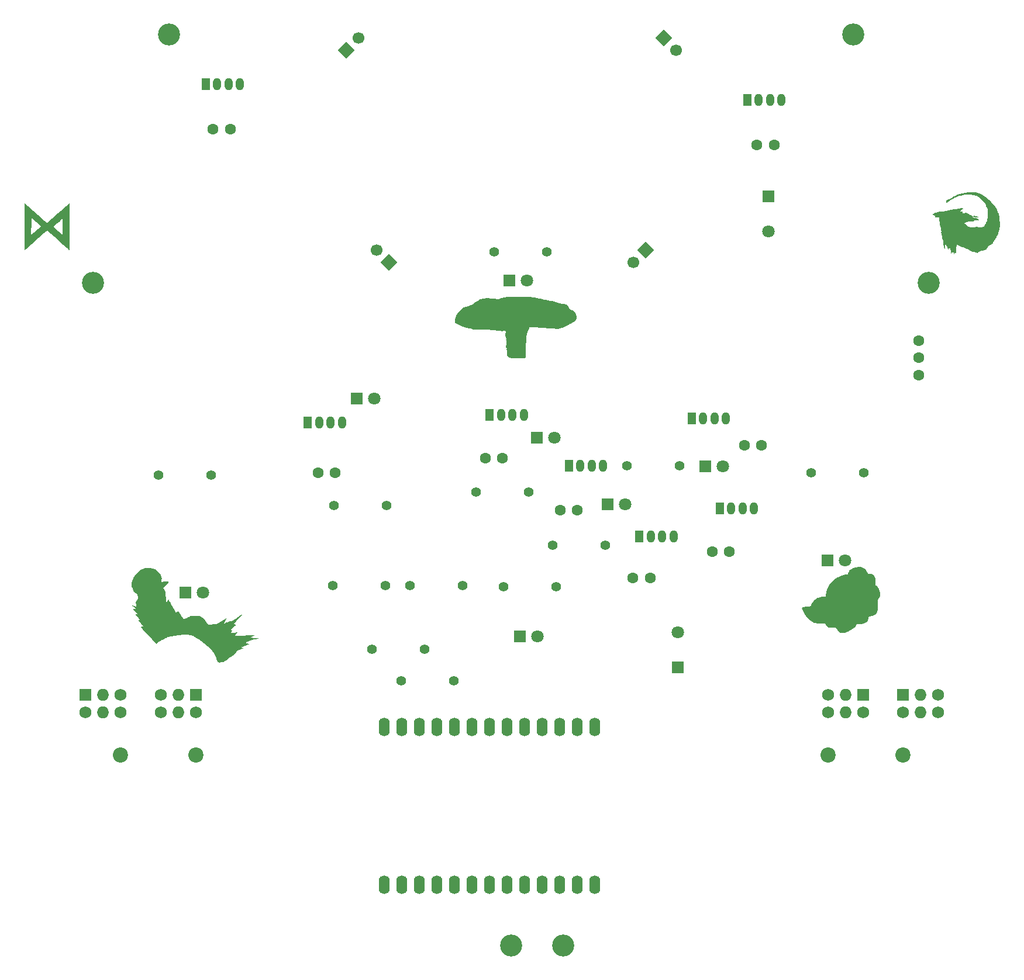
<source format=gbs>
G04 #@! TF.GenerationSoftware,KiCad,Pcbnew,7.0.10*
G04 #@! TF.CreationDate,2024-06-20T08:21:38-05:00*
G04 #@! TF.ProjectId,g0dzilla_vs_middle,6730647a-696c-46c6-915f-76735f6d6964,1*
G04 #@! TF.SameCoordinates,Original*
G04 #@! TF.FileFunction,Soldermask,Bot*
G04 #@! TF.FilePolarity,Negative*
%FSLAX46Y46*%
G04 Gerber Fmt 4.6, Leading zero omitted, Abs format (unit mm)*
G04 Created by KiCad (PCBNEW 7.0.10) date 2024-06-20 08:21:38*
%MOMM*%
%LPD*%
G01*
G04 APERTURE LIST*
G04 Aperture macros list*
%AMHorizOval*
0 Thick line with rounded ends*
0 $1 width*
0 $2 $3 position (X,Y) of the first rounded end (center of the circle)*
0 $4 $5 position (X,Y) of the second rounded end (center of the circle)*
0 Add line between two ends*
20,1,$1,$2,$3,$4,$5,0*
0 Add two circle primitives to create the rounded ends*
1,1,$1,$2,$3*
1,1,$1,$4,$5*%
%AMRotRect*
0 Rectangle, with rotation*
0 The origin of the aperture is its center*
0 $1 length*
0 $2 width*
0 $3 Rotation angle, in degrees counterclockwise*
0 Add horizontal line*
21,1,$1,$2,0,0,$3*%
G04 Aperture macros list end*
%ADD10C,1.400000*%
%ADD11RotRect,1.700000X1.700000X315.000000*%
%ADD12HorizOval,1.700000X0.000000X0.000000X0.000000X0.000000X0*%
%ADD13C,3.200000*%
%ADD14C,2.200000*%
%ADD15R,1.800000X1.800000*%
%ADD16C,1.800000*%
%ADD17C,1.600000*%
%ADD18RotRect,1.700000X1.700000X225.000000*%
%ADD19HorizOval,1.700000X0.000000X0.000000X0.000000X0.000000X0*%
%ADD20R,1.150000X1.800000*%
%ADD21O,1.150000X1.800000*%
%ADD22RotRect,1.700000X1.700000X135.000000*%
%ADD23HorizOval,1.700000X0.000000X0.000000X0.000000X0.000000X0*%
%ADD24RotRect,1.700000X1.700000X45.000000*%
%ADD25HorizOval,1.700000X0.000000X0.000000X0.000000X0.000000X0*%
%ADD26R,1.727200X1.727200*%
%ADD27C,1.727200*%
%ADD28O,1.727200X1.727200*%
%ADD29O,1.600000X2.700000*%
G04 APERTURE END LIST*
G36*
X48592367Y-83482315D02*
G01*
X48596820Y-83605854D01*
X48600707Y-83798658D01*
X48604037Y-84052918D01*
X48606819Y-84360820D01*
X48609061Y-84714554D01*
X48610772Y-85106309D01*
X48611960Y-85528271D01*
X48612635Y-85972631D01*
X48612806Y-86431576D01*
X48612480Y-86897295D01*
X48611667Y-87361977D01*
X48610375Y-87817809D01*
X48608613Y-88256981D01*
X48606391Y-88671680D01*
X48603715Y-89054096D01*
X48600596Y-89396416D01*
X48597043Y-89690830D01*
X48593062Y-89929525D01*
X48588665Y-90104690D01*
X48583858Y-90208514D01*
X48579742Y-90234958D01*
X48538434Y-90207796D01*
X48445115Y-90132582D01*
X48310924Y-90018723D01*
X48146998Y-89875628D01*
X48011159Y-89754706D01*
X47670005Y-89448973D01*
X47330317Y-89145277D01*
X46998147Y-88848977D01*
X46679547Y-88565429D01*
X46380571Y-88299989D01*
X46107270Y-88058014D01*
X45865698Y-87844861D01*
X45661907Y-87665887D01*
X45501949Y-87526447D01*
X45391878Y-87431900D01*
X45337744Y-87387600D01*
X45333578Y-87384974D01*
X45293580Y-87409449D01*
X45197085Y-87485786D01*
X45050653Y-87608287D01*
X44860844Y-87771253D01*
X44634216Y-87968985D01*
X44377330Y-88195785D01*
X44096746Y-88445952D01*
X43799022Y-88713790D01*
X43679451Y-88822014D01*
X43493108Y-88990032D01*
X43286640Y-89174626D01*
X43069769Y-89367269D01*
X42852216Y-89559440D01*
X42643702Y-89742612D01*
X42453949Y-89908261D01*
X42292679Y-90047864D01*
X42169611Y-90152895D01*
X42094468Y-90214830D01*
X42076226Y-90227844D01*
X42070228Y-90188479D01*
X42064565Y-90069596D01*
X42059302Y-89877053D01*
X42054503Y-89616707D01*
X42050231Y-89294419D01*
X42046550Y-88916047D01*
X42043525Y-88487449D01*
X42041476Y-88067207D01*
X43020841Y-88067207D01*
X43454284Y-87667637D01*
X43643645Y-87492458D01*
X43839156Y-87310548D01*
X44017822Y-87143359D01*
X44156650Y-87012344D01*
X44157083Y-87011933D01*
X44342190Y-86835911D01*
X46225739Y-86835911D01*
X46469592Y-87054671D01*
X46601025Y-87172993D01*
X46772169Y-87327648D01*
X46959622Y-87497466D01*
X47118992Y-87642183D01*
X47273808Y-87780961D01*
X47406553Y-87896217D01*
X47504297Y-87976993D01*
X47554113Y-88012332D01*
X47556555Y-88013031D01*
X47564907Y-87972720D01*
X47572447Y-87857893D01*
X47578878Y-87679412D01*
X47583905Y-87448138D01*
X47587231Y-87174932D01*
X47588560Y-86870656D01*
X47588572Y-86838756D01*
X47588353Y-86491898D01*
X47587284Y-86221520D01*
X47584743Y-86018725D01*
X47580109Y-85874615D01*
X47572762Y-85780293D01*
X47562080Y-85726861D01*
X47547443Y-85705421D01*
X47528230Y-85707076D01*
X47510378Y-85718168D01*
X47454413Y-85763298D01*
X47346145Y-85855006D01*
X47197201Y-85983280D01*
X47019209Y-86138108D01*
X46828961Y-86304930D01*
X46225739Y-86835911D01*
X44342190Y-86835911D01*
X44426437Y-86755799D01*
X43755656Y-86153404D01*
X43084874Y-85551009D01*
X43058507Y-86196093D01*
X43047860Y-86493810D01*
X43038287Y-86829380D01*
X43030828Y-87161951D01*
X43026523Y-87450670D01*
X43026491Y-87454192D01*
X43020841Y-88067207D01*
X42041476Y-88067207D01*
X42041219Y-88014484D01*
X42039696Y-87503011D01*
X42039021Y-86958889D01*
X42038992Y-86818163D01*
X42039063Y-86197173D01*
X42039356Y-85656181D01*
X42039990Y-85189806D01*
X42041084Y-84792667D01*
X42042759Y-84459384D01*
X42045133Y-84184577D01*
X42048325Y-83962863D01*
X42052456Y-83788864D01*
X42057644Y-83657198D01*
X42064009Y-83562486D01*
X42071671Y-83499345D01*
X42080748Y-83462396D01*
X42091361Y-83446258D01*
X42103628Y-83445551D01*
X42113698Y-83451688D01*
X42173981Y-83501950D01*
X42282126Y-83595740D01*
X42422563Y-83719439D01*
X42572605Y-83853058D01*
X42745653Y-84007539D01*
X42917055Y-84159814D01*
X43064773Y-84290342D01*
X43151666Y-84366480D01*
X43233167Y-84438074D01*
X43368415Y-84557704D01*
X43547472Y-84716544D01*
X43760398Y-84905766D01*
X43997253Y-85116542D01*
X44248100Y-85340045D01*
X44315809Y-85400421D01*
X44558663Y-85615994D01*
X44781591Y-85811937D01*
X44976518Y-85981304D01*
X45135367Y-86117152D01*
X45250065Y-86212536D01*
X45312536Y-86260513D01*
X45321037Y-86264874D01*
X45359022Y-86237297D01*
X45454435Y-86158154D01*
X45601099Y-86032830D01*
X45792832Y-85866709D01*
X46023455Y-85665177D01*
X46286789Y-85433616D01*
X46576653Y-85177413D01*
X46886868Y-84901950D01*
X46959275Y-84837479D01*
X47272650Y-84559249D01*
X47566764Y-84299935D01*
X47835497Y-84064803D01*
X48072733Y-83859121D01*
X48272354Y-83688154D01*
X48428242Y-83557171D01*
X48534278Y-83471437D01*
X48584346Y-83436221D01*
X48587339Y-83435855D01*
X48592367Y-83482315D01*
G37*
G36*
X162972369Y-136139887D02*
G01*
X163117143Y-136161625D01*
X163118860Y-136161919D01*
X163443973Y-136250762D01*
X163710093Y-136394070D01*
X163912444Y-136588620D01*
X164021829Y-136771389D01*
X164079010Y-136905966D01*
X164118136Y-137012097D01*
X164129748Y-137059540D01*
X164169562Y-137089591D01*
X164278801Y-137105739D01*
X164345952Y-137107563D01*
X164631034Y-137144143D01*
X164872670Y-137252389D01*
X165066505Y-137430064D01*
X165120782Y-137505947D01*
X165188244Y-137616830D01*
X165229713Y-137710366D01*
X165251470Y-137813598D01*
X165259797Y-137953567D01*
X165261009Y-138109649D01*
X165257317Y-138299487D01*
X165247478Y-138471309D01*
X165233345Y-138596556D01*
X165227595Y-138624617D01*
X165212844Y-138713520D01*
X165242108Y-138763492D01*
X165334065Y-138804851D01*
X165339936Y-138806981D01*
X165494177Y-138906816D01*
X165629529Y-139088294D01*
X165746406Y-139352096D01*
X165822015Y-139603719D01*
X165889047Y-139908246D01*
X165914085Y-140155168D01*
X165894514Y-140362633D01*
X165827716Y-140548793D01*
X165711074Y-140731798D01*
X165648033Y-140810374D01*
X165601177Y-140868857D01*
X165571886Y-140923009D01*
X165558138Y-140991656D01*
X165557908Y-141093625D01*
X165569174Y-141247745D01*
X165583841Y-141407704D01*
X165604930Y-141761822D01*
X165601692Y-142092389D01*
X165575487Y-142384706D01*
X165527675Y-142624074D01*
X165459616Y-142795796D01*
X165454616Y-142804117D01*
X165350599Y-142927122D01*
X165218524Y-143029444D01*
X165196417Y-143041630D01*
X165030350Y-143119165D01*
X164842184Y-143195992D01*
X164655258Y-143263785D01*
X164492914Y-143314219D01*
X164378490Y-143338968D01*
X164359456Y-143340169D01*
X164297986Y-143348315D01*
X164267993Y-143387536D01*
X164258414Y-143480007D01*
X164257815Y-143543887D01*
X164244025Y-143697969D01*
X164190720Y-143820668D01*
X164126474Y-143906947D01*
X163875705Y-144148445D01*
X163579316Y-144318980D01*
X163235671Y-144419256D01*
X162866208Y-144450084D01*
X162514347Y-144450084D01*
X162484883Y-144584235D01*
X162402151Y-144767781D01*
X162235223Y-144947458D01*
X161983706Y-145123606D01*
X161688236Y-145277762D01*
X161505823Y-145363243D01*
X161348107Y-145438503D01*
X161233638Y-145494604D01*
X161184202Y-145520551D01*
X161017092Y-145611835D01*
X160871161Y-145664395D01*
X160700967Y-145692905D01*
X160629244Y-145699749D01*
X160410079Y-145704961D01*
X160231558Y-145675019D01*
X160160838Y-145651558D01*
X160058625Y-145604776D01*
X159972664Y-145540018D01*
X159884770Y-145439385D01*
X159776756Y-145284978D01*
X159755292Y-145252410D01*
X159638795Y-145087947D01*
X159535887Y-144967534D01*
X159458871Y-144905215D01*
X159447338Y-144900875D01*
X159352592Y-144895723D01*
X159214458Y-144909382D01*
X159131743Y-144924378D01*
X158825873Y-144959139D01*
X158563959Y-144921490D01*
X158342750Y-144810160D01*
X158158997Y-144623882D01*
X158088644Y-144516945D01*
X157979418Y-144330565D01*
X157265928Y-144315395D01*
X157002190Y-144309257D01*
X156806681Y-144302020D01*
X156662263Y-144291088D01*
X156551799Y-144273866D01*
X156458154Y-144247760D01*
X156364189Y-144210172D01*
X156263450Y-144163561D01*
X155844151Y-143921593D01*
X155487693Y-143622303D01*
X155195047Y-143266624D01*
X155020386Y-142968157D01*
X154935297Y-142809683D01*
X154828341Y-142625960D01*
X154743746Y-142489865D01*
X154635927Y-142291977D01*
X154598468Y-142139100D01*
X154631112Y-142028264D01*
X154698487Y-141972500D01*
X154769409Y-141953250D01*
X154906337Y-141931009D01*
X155090089Y-141908430D01*
X155301480Y-141888163D01*
X155319080Y-141886716D01*
X155559659Y-141866326D01*
X155727885Y-141848862D01*
X155836588Y-141831417D01*
X155898594Y-141811087D01*
X155926730Y-141784966D01*
X155933824Y-141750150D01*
X155933863Y-141747481D01*
X155960610Y-141639578D01*
X156031701Y-141487404D01*
X156135359Y-141311028D01*
X156259804Y-141130519D01*
X156391131Y-140968332D01*
X156520719Y-140828360D01*
X156625878Y-140735711D01*
X156735695Y-140671185D01*
X156879255Y-140615580D01*
X156970526Y-140585837D01*
X157187013Y-140528924D01*
X157435272Y-140481091D01*
X157661704Y-140452657D01*
X157662533Y-140452593D01*
X158021829Y-140424976D01*
X158046921Y-140228370D01*
X158151735Y-139734640D01*
X158335739Y-139250542D01*
X158592757Y-138787048D01*
X158916610Y-138355132D01*
X159301121Y-137965767D01*
X159339493Y-137932324D01*
X159527485Y-137796245D01*
X159770053Y-137658165D01*
X160046206Y-137526597D01*
X160334952Y-137410054D01*
X160615303Y-137317050D01*
X160866266Y-137256096D01*
X161057325Y-137235631D01*
X161255944Y-137235631D01*
X161312504Y-136999862D01*
X161350188Y-136870250D01*
X161402000Y-136768477D01*
X161485578Y-136668698D01*
X161618560Y-136545066D01*
X161629331Y-136535591D01*
X161748458Y-136433921D01*
X161846552Y-136363227D01*
X161947164Y-136312846D01*
X162073842Y-136272120D01*
X162250135Y-136230386D01*
X162352055Y-136208409D01*
X162565851Y-136164773D01*
X162722991Y-136139869D01*
X162849741Y-136132105D01*
X162972369Y-136139887D01*
G37*
G36*
X113799328Y-96973298D02*
G01*
X114231030Y-96977881D01*
X114593455Y-96984594D01*
X114902705Y-96995180D01*
X115174882Y-97011385D01*
X115426085Y-97034951D01*
X115672417Y-97067624D01*
X115929978Y-97111147D01*
X116214870Y-97167264D01*
X116543193Y-97237719D01*
X116830252Y-97301610D01*
X117051602Y-97349205D01*
X117322716Y-97404409D01*
X117609215Y-97460368D01*
X117876135Y-97510123D01*
X118156619Y-97564826D01*
X118468109Y-97632063D01*
X118771056Y-97702971D01*
X119007395Y-97763605D01*
X119274776Y-97834606D01*
X119575372Y-97911401D01*
X119866787Y-97983291D01*
X120047271Y-98026043D01*
X120553533Y-98142954D01*
X120794330Y-98473904D01*
X120924124Y-98644113D01*
X121036336Y-98765248D01*
X121157691Y-98861213D01*
X121314916Y-98955916D01*
X121362010Y-98981683D01*
X121626343Y-99152783D01*
X121813218Y-99342528D01*
X121930174Y-99561493D01*
X121984747Y-99820253D01*
X121987796Y-99859587D01*
X121991792Y-100022064D01*
X121972720Y-100140421D01*
X121921798Y-100254712D01*
X121888742Y-100311230D01*
X121837746Y-100385541D01*
X121773140Y-100455891D01*
X121683197Y-100530958D01*
X121556189Y-100619420D01*
X121380390Y-100729955D01*
X121144072Y-100871241D01*
X121084908Y-100906071D01*
X120823439Y-101057755D01*
X120613849Y-101173199D01*
X120435767Y-101261653D01*
X120268820Y-101332367D01*
X120092638Y-101394590D01*
X119886849Y-101457572D01*
X119840818Y-101470937D01*
X119284874Y-101631412D01*
X118431093Y-101588068D01*
X117927599Y-101560323D01*
X117358218Y-101525071D01*
X116741985Y-101483589D01*
X116097937Y-101437153D01*
X115517563Y-101392755D01*
X115335519Y-101381650D01*
X115225107Y-101383896D01*
X115173489Y-101400439D01*
X115165378Y-101418714D01*
X115144409Y-101480206D01*
X115089417Y-101589996D01*
X115012277Y-101724393D01*
X115011747Y-101725266D01*
X114855888Y-102053176D01*
X114767373Y-102417526D01*
X114742832Y-102791497D01*
X114737403Y-102966102D01*
X114721823Y-103192524D01*
X114698669Y-103438155D01*
X114677543Y-103617984D01*
X114649708Y-103893850D01*
X114628520Y-104231190D01*
X114615151Y-104606275D01*
X114610762Y-104969824D01*
X114610420Y-105809396D01*
X114394874Y-105855623D01*
X114270750Y-105871721D01*
X114080333Y-105883677D01*
X113842611Y-105891443D01*
X113576570Y-105894971D01*
X113301199Y-105894214D01*
X113035483Y-105889125D01*
X112798411Y-105879656D01*
X112608970Y-105865759D01*
X112560290Y-105860212D01*
X112362658Y-105824692D01*
X112220340Y-105769070D01*
X112103444Y-105678653D01*
X112032336Y-105600713D01*
X111975333Y-105523826D01*
X111941840Y-105444285D01*
X111925790Y-105336410D01*
X111921114Y-105174521D01*
X111921009Y-105129591D01*
X111915076Y-104958461D01*
X111899378Y-104813605D01*
X111877063Y-104721996D01*
X111872348Y-104712856D01*
X111847156Y-104611900D01*
X111867790Y-104556130D01*
X111885810Y-104479577D01*
X111845735Y-104389283D01*
X111823949Y-104358372D01*
X111769192Y-104269192D01*
X111759076Y-104186424D01*
X111785818Y-104073162D01*
X111816145Y-103921956D01*
X111831779Y-103738922D01*
X111832563Y-103553218D01*
X111818343Y-103393999D01*
X111789979Y-103292280D01*
X111767195Y-103199880D01*
X111792661Y-103148742D01*
X111817351Y-103081187D01*
X111786464Y-102983609D01*
X111779717Y-102970042D01*
X111727162Y-102820692D01*
X111693339Y-102634697D01*
X111681749Y-102446841D01*
X111695896Y-102291909D01*
X111707440Y-102252256D01*
X111728492Y-102134769D01*
X111712664Y-102021778D01*
X111668787Y-101937661D01*
X111605691Y-101906793D01*
X111584067Y-101911666D01*
X111424790Y-101948483D01*
X111203758Y-101963339D01*
X110941646Y-101956531D01*
X110659126Y-101928354D01*
X110457488Y-101895539D01*
X110242906Y-101861752D01*
X109971074Y-101830090D01*
X109657394Y-101801325D01*
X109317272Y-101776229D01*
X108966108Y-101755573D01*
X108619307Y-101740129D01*
X108292272Y-101730669D01*
X108000407Y-101727964D01*
X107759113Y-101732786D01*
X107583795Y-101745907D01*
X107554772Y-101750122D01*
X107418876Y-101769745D01*
X107307234Y-101774689D01*
X107193483Y-101762019D01*
X107051259Y-101728798D01*
X106854310Y-101672123D01*
X106626839Y-101611026D01*
X106381275Y-101555560D01*
X106159242Y-101514820D01*
X106089932Y-101505119D01*
X105795651Y-101447044D01*
X105486415Y-101340484D01*
X105148503Y-101179825D01*
X104791000Y-100973561D01*
X104641937Y-100885391D01*
X104516631Y-100818093D01*
X104435343Y-100782295D01*
X104420367Y-100779160D01*
X104387151Y-100740334D01*
X104369204Y-100636530D01*
X104366468Y-100486764D01*
X104378886Y-100310049D01*
X104406400Y-100125400D01*
X104422580Y-100049476D01*
X104527729Y-99754080D01*
X104702962Y-99444262D01*
X104938053Y-99134575D01*
X105222774Y-98839571D01*
X105353915Y-98724203D01*
X105466954Y-98638578D01*
X105586994Y-98571198D01*
X105737263Y-98511731D01*
X105940991Y-98449847D01*
X106018502Y-98428591D01*
X106468164Y-98276663D01*
X106929932Y-98064885D01*
X107374505Y-97808070D01*
X107700349Y-97578396D01*
X108032895Y-97320627D01*
X108513471Y-97250561D01*
X108683836Y-97226941D01*
X108829648Y-97211106D01*
X108968739Y-97203112D01*
X109118942Y-97203013D01*
X109298090Y-97210864D01*
X109524016Y-97226720D01*
X109814553Y-97250637D01*
X109862372Y-97254714D01*
X110730697Y-97328933D01*
X111059046Y-97201911D01*
X111233931Y-97141070D01*
X111421280Y-97090896D01*
X111630305Y-97050621D01*
X111870219Y-97019476D01*
X112150235Y-96996692D01*
X112479564Y-96981502D01*
X112867420Y-96973137D01*
X113323014Y-96970827D01*
X113799328Y-96973298D01*
G37*
G36*
X60338374Y-136291025D02*
G01*
X60642344Y-136383896D01*
X60720458Y-136412709D01*
X60928254Y-136495538D01*
X61083948Y-136571964D01*
X61217151Y-136660338D01*
X61357472Y-136779012D01*
X61448616Y-136864045D01*
X61600422Y-137013692D01*
X61703201Y-137133005D01*
X61773782Y-137245987D01*
X61828994Y-137376639D01*
X61849325Y-137435552D01*
X61902445Y-137619870D01*
X61923436Y-137778643D01*
X61917626Y-137960299D01*
X61912824Y-138012800D01*
X61883445Y-138310952D01*
X62003823Y-138287793D01*
X62104160Y-138273290D01*
X62258894Y-138256203D01*
X62437252Y-138239879D01*
X62465715Y-138237578D01*
X62637519Y-138225694D01*
X62747125Y-138226117D01*
X62817315Y-138242929D01*
X62870871Y-138280211D01*
X62906850Y-138316605D01*
X63006473Y-138422689D01*
X62578662Y-138778992D01*
X62150851Y-139135295D01*
X62312204Y-139435552D01*
X62380339Y-139566610D01*
X62427355Y-139675524D01*
X62458523Y-139785038D01*
X62479114Y-139917898D01*
X62494402Y-140096847D01*
X62505142Y-140267989D01*
X62520243Y-140504963D01*
X62537075Y-140741226D01*
X62553437Y-140947220D01*
X62565455Y-141077647D01*
X62594183Y-141355126D01*
X62742695Y-141109664D01*
X62820968Y-140985925D01*
X62883261Y-140897723D01*
X62916020Y-140864202D01*
X62942396Y-140900095D01*
X63003490Y-141001025D01*
X63093517Y-141156871D01*
X63206690Y-141357511D01*
X63337226Y-141592823D01*
X63446703Y-141792690D01*
X63586269Y-142048633D01*
X63711965Y-142278724D01*
X63818148Y-142472663D01*
X63899172Y-142620151D01*
X63949392Y-142710890D01*
X63963524Y-142735613D01*
X64002964Y-142724214D01*
X64092339Y-142679402D01*
X64165896Y-142637868D01*
X64357319Y-142525687D01*
X64655349Y-143028978D01*
X64771570Y-143220574D01*
X64879648Y-143390307D01*
X64968882Y-143521940D01*
X65028569Y-143599237D01*
X65036443Y-143607132D01*
X65088759Y-143647595D01*
X65142655Y-143659687D01*
X65224827Y-143642838D01*
X65350762Y-143600438D01*
X65517652Y-143533129D01*
X65708428Y-143444007D01*
X65838152Y-143376164D01*
X66094286Y-143233446D01*
X66781800Y-143234353D01*
X67039636Y-143235235D01*
X67227518Y-143238438D01*
X67360870Y-143245977D01*
X67455117Y-143259868D01*
X67525682Y-143282126D01*
X67587989Y-143314768D01*
X67636770Y-143346078D01*
X67827447Y-143493369D01*
X68039023Y-143691156D01*
X68249146Y-143916324D01*
X68435462Y-144145758D01*
X68506219Y-144245180D01*
X68613214Y-144394886D01*
X68691606Y-144480507D01*
X68753027Y-144513261D01*
X68783698Y-144512824D01*
X68859539Y-144501656D01*
X68999089Y-144484539D01*
X69181098Y-144463981D01*
X69346578Y-144446372D01*
X69824079Y-144396941D01*
X70561294Y-143955568D01*
X70785594Y-143822492D01*
X70983999Y-143707094D01*
X71145317Y-143615690D01*
X71258356Y-143554602D01*
X71311925Y-143530147D01*
X71314566Y-143530253D01*
X71302049Y-143571851D01*
X71255846Y-143672424D01*
X71183553Y-143816213D01*
X71105966Y-143963049D01*
X71022030Y-144126018D01*
X70963366Y-144254580D01*
X70935696Y-144335033D01*
X70942419Y-144354825D01*
X71005624Y-144327534D01*
X71126954Y-144274002D01*
X71286653Y-144202974D01*
X71403316Y-144150830D01*
X71615378Y-144061136D01*
X71768590Y-144009894D01*
X71877955Y-143992714D01*
X71929181Y-143997013D01*
X71980848Y-144000536D01*
X72041706Y-143986760D01*
X72122430Y-143949546D01*
X72233695Y-143882755D01*
X72386175Y-143780247D01*
X72590543Y-143635883D01*
X72724689Y-143539477D01*
X72942102Y-143383239D01*
X73143913Y-143239226D01*
X73316753Y-143116901D01*
X73447251Y-143025725D01*
X73522037Y-142975161D01*
X73522185Y-142975067D01*
X73605109Y-142923523D01*
X73627054Y-142918142D01*
X73598872Y-142958936D01*
X73586219Y-142975134D01*
X73539475Y-143030501D01*
X73445214Y-143138811D01*
X73312841Y-143289376D01*
X73151765Y-143471507D01*
X72971393Y-143674518D01*
X72910550Y-143742800D01*
X72709054Y-143969927D01*
X72559671Y-144141814D01*
X72456783Y-144266116D01*
X72394769Y-144350492D01*
X72368008Y-144402598D01*
X72370881Y-144430091D01*
X72397766Y-144440628D01*
X72398281Y-144440691D01*
X72534023Y-144458064D01*
X72617490Y-144478351D01*
X72646903Y-144512000D01*
X72620478Y-144569457D01*
X72536434Y-144661169D01*
X72392990Y-144797583D01*
X72326891Y-144859250D01*
X71942689Y-145217748D01*
X72047034Y-145299264D01*
X72151379Y-145380780D01*
X72034190Y-145534424D01*
X71917000Y-145688068D01*
X72057912Y-145685030D01*
X72170137Y-145679625D01*
X72333592Y-145668238D01*
X72514539Y-145653242D01*
X72529664Y-145651875D01*
X72685148Y-145639984D01*
X72801395Y-145635406D01*
X72858040Y-145638815D01*
X72860505Y-145640928D01*
X72834515Y-145679978D01*
X72765774Y-145765792D01*
X72668121Y-145881206D01*
X72648504Y-145903842D01*
X72436504Y-146147584D01*
X72701865Y-146131021D01*
X72861031Y-146122123D01*
X73078052Y-146111462D01*
X73338291Y-146099619D01*
X73627106Y-146087174D01*
X73929857Y-146074707D01*
X74231904Y-146062798D01*
X74518607Y-146052028D01*
X74775327Y-146042975D01*
X74987422Y-146036222D01*
X75140253Y-146032346D01*
X75208766Y-146031693D01*
X75400505Y-146033806D01*
X75084187Y-146195749D01*
X74767870Y-146357692D01*
X74908095Y-146385737D01*
X75026201Y-146401222D01*
X75190114Y-146412888D01*
X75331135Y-146417522D01*
X75520924Y-146424499D01*
X75714026Y-146438577D01*
X75827395Y-146451303D01*
X75901316Y-146462606D01*
X75942302Y-146473986D01*
X75942319Y-146488687D01*
X75893336Y-146509954D01*
X75787319Y-146541029D01*
X75616236Y-146585157D01*
X75372054Y-146645582D01*
X75306293Y-146661736D01*
X75002000Y-146739229D01*
X74765591Y-146806580D01*
X74581003Y-146869229D01*
X74432178Y-146932618D01*
X74305171Y-147000924D01*
X74038597Y-147159722D01*
X74349666Y-147219543D01*
X74513303Y-147256424D01*
X74599093Y-147288719D01*
X74603729Y-147314870D01*
X74544252Y-147341402D01*
X74420509Y-147389632D01*
X74248930Y-147453372D01*
X74045946Y-147526435D01*
X73981093Y-147549349D01*
X73777742Y-147623056D01*
X73606829Y-147689149D01*
X73482826Y-147741710D01*
X73420203Y-147774821D01*
X73415462Y-147780670D01*
X73452806Y-147808679D01*
X73545134Y-147836912D01*
X73570435Y-147842093D01*
X73660911Y-147868943D01*
X73692255Y-147899547D01*
X73687830Y-147907150D01*
X73636347Y-147937277D01*
X73522701Y-147993727D01*
X73363019Y-148068766D01*
X73173431Y-148154662D01*
X73148094Y-148165928D01*
X72939208Y-148260619D01*
X72799511Y-148329853D01*
X72718936Y-148379916D01*
X72687412Y-148417095D01*
X72694872Y-148447674D01*
X72695521Y-148448468D01*
X72720370Y-148510720D01*
X72680637Y-148560242D01*
X72630141Y-148599304D01*
X72521320Y-148682366D01*
X72363984Y-148801980D01*
X72167941Y-148950695D01*
X71943002Y-149121063D01*
X71726773Y-149284622D01*
X71456492Y-149488474D01*
X71244589Y-149646373D01*
X71081582Y-149764174D01*
X70957985Y-149847732D01*
X70864314Y-149902903D01*
X70791085Y-149935540D01*
X70728814Y-149951499D01*
X70668016Y-149956635D01*
X70637638Y-149956975D01*
X70485345Y-149962482D01*
X70346820Y-149976248D01*
X70313034Y-149981948D01*
X70236015Y-149988189D01*
X70171421Y-149961142D01*
X70096564Y-149886632D01*
X70031802Y-149806219D01*
X69922361Y-149633779D01*
X69833626Y-149437841D01*
X69810248Y-149365027D01*
X69688754Y-149020924D01*
X69509578Y-148679705D01*
X69268127Y-148335619D01*
X68959808Y-147982914D01*
X68580027Y-147615839D01*
X68124193Y-147228642D01*
X68068690Y-147184160D01*
X67667291Y-146872911D01*
X67312738Y-146618151D01*
X66994012Y-146413589D01*
X66700097Y-146252933D01*
X66419976Y-146129890D01*
X66142632Y-146038170D01*
X65997012Y-146001034D01*
X65801619Y-145957760D01*
X65647090Y-145931123D01*
X65505056Y-145919392D01*
X65347148Y-145920837D01*
X65144996Y-145933726D01*
X65036508Y-145942429D01*
X64819618Y-145964605D01*
X64544530Y-145999191D01*
X64236913Y-146042600D01*
X63922435Y-146091246D01*
X63682353Y-146131664D01*
X63384205Y-146185185D01*
X63152515Y-146230534D01*
X62969378Y-146272665D01*
X62816888Y-146316531D01*
X62677141Y-146367088D01*
X62532231Y-146429288D01*
X62423026Y-146480090D01*
X62207972Y-146590384D01*
X61958658Y-146731284D01*
X61709550Y-146882737D01*
X61537944Y-146995036D01*
X61079753Y-147307781D01*
X60741392Y-146850109D01*
X60544408Y-146601452D01*
X60317758Y-146343414D01*
X60092239Y-146110418D01*
X60010047Y-146032675D01*
X59855696Y-145886595D01*
X59685142Y-145717287D01*
X59508810Y-145536037D01*
X59337128Y-145354129D01*
X59180521Y-145182849D01*
X59049414Y-145033481D01*
X58954235Y-144917311D01*
X58905409Y-144845623D01*
X58901177Y-144832452D01*
X58939583Y-144809291D01*
X59037713Y-144790151D01*
X59113247Y-144783156D01*
X59325316Y-144770253D01*
X58942490Y-144305701D01*
X58805096Y-144137995D01*
X58689557Y-143995099D01*
X58605615Y-143889206D01*
X58563009Y-143832505D01*
X58559664Y-143826516D01*
X58596010Y-143823598D01*
X58683851Y-143836727D01*
X58687731Y-143837496D01*
X58776699Y-143847232D01*
X58815722Y-143835548D01*
X58815799Y-143834575D01*
X58789584Y-143792992D01*
X58718097Y-143700419D01*
X58612074Y-143570303D01*
X58482251Y-143416094D01*
X58474286Y-143406774D01*
X58343475Y-143251865D01*
X58235821Y-143120616D01*
X58162046Y-143026370D01*
X58132871Y-142982472D01*
X58132773Y-142981738D01*
X58169998Y-142963804D01*
X58259975Y-142955979D01*
X58264050Y-142955967D01*
X58395327Y-142955967D01*
X58071949Y-142587079D01*
X57943920Y-142438301D01*
X57839845Y-142312163D01*
X57771027Y-142222719D01*
X57748572Y-142184973D01*
X57784450Y-142171820D01*
X57872322Y-142183263D01*
X57887311Y-142186861D01*
X58070630Y-142232507D01*
X58177714Y-142252211D01*
X58211578Y-142238974D01*
X58175234Y-142185799D01*
X58071696Y-142085687D01*
X57970777Y-141993033D01*
X57840876Y-141871237D01*
X57740741Y-141772115D01*
X57683103Y-141708583D01*
X57674498Y-141692449D01*
X57719182Y-141698008D01*
X57818617Y-141728207D01*
X57911658Y-141761686D01*
X58042540Y-141808485D01*
X58143014Y-141839120D01*
X58179318Y-141846051D01*
X58203224Y-141807026D01*
X58205390Y-141688640D01*
X58195189Y-141568177D01*
X58187053Y-141332548D01*
X58226045Y-141142956D01*
X58320933Y-140969164D01*
X58396655Y-140873389D01*
X58492180Y-140731008D01*
X58529225Y-140582502D01*
X58508656Y-140408610D01*
X58431336Y-140190071D01*
X58427680Y-140181534D01*
X58354258Y-140041032D01*
X58269578Y-139956095D01*
X58179886Y-139910449D01*
X58052757Y-139831340D01*
X57931623Y-139710140D01*
X57837797Y-139573369D01*
X57792594Y-139447548D01*
X57791261Y-139426908D01*
X57765590Y-139331664D01*
X57705411Y-139229769D01*
X57647384Y-139123756D01*
X57595658Y-138975902D01*
X57576039Y-138893172D01*
X57556716Y-138739372D01*
X57561583Y-138583123D01*
X57594203Y-138408131D01*
X57658135Y-138198103D01*
X57756940Y-137936745D01*
X57817115Y-137789916D01*
X57901740Y-137592936D01*
X57975198Y-137444996D01*
X58053884Y-137322153D01*
X58154192Y-137200463D01*
X58292517Y-137055982D01*
X58378017Y-136970726D01*
X58541371Y-136811466D01*
X58668836Y-136698077D01*
X58783871Y-136615052D01*
X58909934Y-136546882D01*
X59070486Y-136478061D01*
X59200000Y-136427350D01*
X59523527Y-136316610D01*
X59804245Y-136257138D01*
X60067434Y-136248691D01*
X60338374Y-136291025D01*
G37*
G36*
X179348404Y-81820912D02*
G01*
X179824454Y-81867493D01*
X180286586Y-81997983D01*
X180693110Y-82188238D01*
X180803584Y-82250116D01*
X180933245Y-82322847D01*
X180949244Y-82331830D01*
X181063068Y-82405524D01*
X181205300Y-82510743D01*
X181316405Y-82600721D01*
X181465974Y-82727014D01*
X181622401Y-82857910D01*
X181715544Y-82935126D01*
X181837922Y-83053705D01*
X181943111Y-83185478D01*
X181978788Y-83244375D01*
X182039877Y-83340819D01*
X182095117Y-83391406D01*
X182109773Y-83393787D01*
X182165380Y-83418672D01*
X182205082Y-83471362D01*
X182255990Y-83540853D01*
X182351339Y-83649256D01*
X182473498Y-83776863D01*
X182518068Y-83821182D01*
X182638899Y-83948050D01*
X182731438Y-84060991D01*
X182781162Y-84141621D01*
X182785812Y-84160073D01*
X182803589Y-84243196D01*
X182847580Y-84365925D01*
X182874950Y-84429244D01*
X182986911Y-84691941D01*
X183077074Y-84941011D01*
X183139424Y-85157571D01*
X183167942Y-85322739D01*
X183169083Y-85352224D01*
X183177312Y-85476259D01*
X183198986Y-85648530D01*
X183229599Y-85833800D01*
X183232936Y-85851464D01*
X183275087Y-86226033D01*
X183271799Y-86668809D01*
X183223131Y-87175758D01*
X183211745Y-87258312D01*
X183148976Y-87549450D01*
X183043087Y-87806779D01*
X183016698Y-87855959D01*
X182932137Y-88011396D01*
X182856086Y-88156474D01*
X182808118Y-88253315D01*
X182745873Y-88361831D01*
X182681206Y-88439479D01*
X182680618Y-88439970D01*
X182625146Y-88510292D01*
X182614118Y-88549102D01*
X182591693Y-88609324D01*
X182532699Y-88716945D01*
X182449556Y-88849443D01*
X182443362Y-88858754D01*
X182359287Y-88990240D01*
X182298319Y-89096234D01*
X182272753Y-89155245D01*
X182272605Y-89157251D01*
X182240143Y-89204808D01*
X182155925Y-89283580D01*
X182039708Y-89378137D01*
X181911248Y-89473047D01*
X181790298Y-89552882D01*
X181710417Y-89596349D01*
X181610165Y-89669457D01*
X181498538Y-89790272D01*
X181399170Y-89928631D01*
X181335696Y-90054371D01*
X181327103Y-90085547D01*
X181286242Y-90151332D01*
X181186231Y-90173514D01*
X181180445Y-90173665D01*
X181048070Y-90200160D01*
X180947613Y-90248371D01*
X180832029Y-90298861D01*
X180696481Y-90320363D01*
X180694283Y-90320371D01*
X180542761Y-90338050D01*
X180380492Y-90383999D01*
X180233287Y-90447685D01*
X180126959Y-90518571D01*
X180090720Y-90566706D01*
X180039415Y-90656834D01*
X179984006Y-90686352D01*
X179942660Y-90647063D01*
X179873642Y-90583294D01*
X179721698Y-90533557D01*
X179568670Y-90507616D01*
X179311068Y-90444528D01*
X178999863Y-90315217D01*
X178686723Y-90149554D01*
X178257528Y-89945928D01*
X177947534Y-89847803D01*
X177758175Y-89793214D01*
X177582857Y-89730287D01*
X177451410Y-89670109D01*
X177422697Y-89652711D01*
X177320573Y-89589723D01*
X177245523Y-89554574D01*
X177232059Y-89551933D01*
X177181781Y-89517863D01*
X177165354Y-89487900D01*
X177107138Y-89433908D01*
X177059971Y-89423866D01*
X177025744Y-89429959D01*
X177002804Y-89457640D01*
X176988918Y-89521007D01*
X176981853Y-89634161D01*
X176979376Y-89811202D01*
X176979160Y-89934126D01*
X176971931Y-90218321D01*
X176951064Y-90435857D01*
X176917791Y-90582908D01*
X176873343Y-90655646D01*
X176818949Y-90650243D01*
X176769134Y-90587143D01*
X176734729Y-90540810D01*
X176722778Y-90570078D01*
X176722398Y-90576471D01*
X176703059Y-90658806D01*
X176661005Y-90767542D01*
X176660534Y-90768572D01*
X176601893Y-90896639D01*
X176598425Y-90718702D01*
X176590222Y-90589457D01*
X176574153Y-90489683D01*
X176569141Y-90473485D01*
X176531336Y-90424558D01*
X176493931Y-90447845D01*
X176468265Y-90530886D01*
X176463409Y-90589663D01*
X176459926Y-90725883D01*
X176391928Y-90576471D01*
X176346930Y-90487739D01*
X176321534Y-90471743D01*
X176307533Y-90512437D01*
X176283122Y-90616451D01*
X176269994Y-90660653D01*
X176241054Y-90698987D01*
X176210873Y-90667558D01*
X176185358Y-90581683D01*
X176170417Y-90456677D01*
X176168721Y-90398092D01*
X176153474Y-90247904D01*
X176113732Y-90145800D01*
X176104034Y-90134334D01*
X176060818Y-90050086D01*
X176040272Y-89929316D01*
X176040000Y-89914709D01*
X176031969Y-89811067D01*
X176001110Y-89772642D01*
X175965294Y-89773289D01*
X175911632Y-89811580D01*
X175883181Y-89911311D01*
X175877462Y-89968520D01*
X175853067Y-90098944D01*
X175811979Y-90154766D01*
X175765418Y-90142071D01*
X175724606Y-90066942D01*
X175700764Y-89935462D01*
X175698488Y-89871487D01*
X175678722Y-89753475D01*
X175668177Y-89744034D01*
X175783866Y-89744034D01*
X175805210Y-89765379D01*
X175826555Y-89744034D01*
X175805210Y-89722690D01*
X175783866Y-89744034D01*
X175668177Y-89744034D01*
X175623782Y-89704286D01*
X175540781Y-89638719D01*
X175483511Y-89524837D01*
X175468466Y-89399199D01*
X175473179Y-89370478D01*
X175495997Y-89274454D01*
X175399643Y-89366517D01*
X175347450Y-89428980D01*
X175318050Y-89507626D01*
X175305326Y-89627456D01*
X175303046Y-89761391D01*
X175300631Y-89909782D01*
X175294494Y-90017744D01*
X175285914Y-90063823D01*
X175285022Y-90064202D01*
X175252759Y-90027285D01*
X175211874Y-89935600D01*
X175172170Y-89817742D01*
X175143450Y-89702311D01*
X175135016Y-89626639D01*
X175123671Y-89541514D01*
X175095095Y-89509244D01*
X175073524Y-89469467D01*
X175059921Y-89361377D01*
X175056584Y-89210421D01*
X175271597Y-89210421D01*
X175287216Y-89245559D01*
X175300056Y-89238880D01*
X175305165Y-89188218D01*
X175300056Y-89181961D01*
X175274678Y-89187821D01*
X175271597Y-89210421D01*
X175056584Y-89210421D01*
X175056394Y-89201842D01*
X175056421Y-89199748D01*
X175056472Y-89061009D01*
X175186219Y-89061009D01*
X175207563Y-89082353D01*
X175228908Y-89061009D01*
X175207563Y-89039664D01*
X175186219Y-89061009D01*
X175056472Y-89061009D01*
X175056500Y-88984387D01*
X175048325Y-88835854D01*
X175029285Y-88735785D01*
X174996766Y-88665817D01*
X174976605Y-88638735D01*
X174945991Y-88566893D01*
X174913620Y-88435036D01*
X174885316Y-88268189D01*
X174878954Y-88218955D01*
X174854414Y-88049335D01*
X174826616Y-87910118D01*
X174800551Y-87825086D01*
X174793925Y-87813830D01*
X174772747Y-87739457D01*
X174775740Y-87621022D01*
X174779715Y-87593905D01*
X174788219Y-87519225D01*
X174787226Y-87434429D01*
X174774471Y-87326457D01*
X174747690Y-87182251D01*
X174704618Y-86988752D01*
X174642991Y-86732901D01*
X174601071Y-86563698D01*
X174564919Y-86384194D01*
X174532337Y-86162390D01*
X174509483Y-85941327D01*
X174506886Y-85905080D01*
X174481849Y-85523941D01*
X174247717Y-85471374D01*
X174063571Y-85442622D01*
X173947462Y-85455169D01*
X173934565Y-85461098D01*
X173854233Y-85487437D01*
X173833030Y-85453714D01*
X173868004Y-85376027D01*
X173890555Y-85276593D01*
X173843924Y-85194838D01*
X173744006Y-85155635D01*
X173726757Y-85154958D01*
X173621000Y-85134821D01*
X173556534Y-85108255D01*
X173505793Y-85075140D01*
X173510246Y-85043844D01*
X173577969Y-84994988D01*
X173612702Y-84973475D01*
X173754036Y-84900152D01*
X173909676Y-84837496D01*
X173926891Y-84831900D01*
X174080915Y-84779587D01*
X174231617Y-84722453D01*
X174247059Y-84716098D01*
X174352215Y-84687434D01*
X174517114Y-84659641D01*
X174716172Y-84636508D01*
X174860682Y-84625208D01*
X175096107Y-84604557D01*
X175341969Y-84572915D01*
X175560273Y-84535555D01*
X175650430Y-84515583D01*
X175889331Y-84456167D01*
X176065725Y-84413199D01*
X176200019Y-84382767D01*
X176312623Y-84360960D01*
X176423943Y-84343867D01*
X176554388Y-84327574D01*
X176724366Y-84308172D01*
X176744370Y-84305905D01*
X176958146Y-84275340D01*
X177177583Y-84233714D01*
X177361667Y-84189006D01*
X177392465Y-84179826D01*
X177585304Y-84134643D01*
X177754018Y-84122974D01*
X177880675Y-84144065D01*
X177947344Y-84197162D01*
X177949717Y-84203267D01*
X177925185Y-84250009D01*
X177844933Y-84323076D01*
X177739463Y-84397876D01*
X177609512Y-84486366D01*
X177503746Y-84567630D01*
X177454279Y-84614165D01*
X177426653Y-84656045D01*
X177446846Y-84671855D01*
X177529730Y-84666423D01*
X177590647Y-84658444D01*
X177747334Y-84647154D01*
X177855762Y-84659544D01*
X177903442Y-84692357D01*
X177885513Y-84735261D01*
X177860437Y-84798654D01*
X177898831Y-84850999D01*
X177978857Y-84877816D01*
X178078676Y-84864622D01*
X178079910Y-84864160D01*
X178267312Y-84803766D01*
X178389337Y-84790006D01*
X178451819Y-84822411D01*
X178457438Y-84833742D01*
X178503571Y-84890981D01*
X178528401Y-84898824D01*
X178612551Y-84920614D01*
X178738876Y-84976203D01*
X178879266Y-85050923D01*
X179005611Y-85130102D01*
X179074471Y-85183799D01*
X179205659Y-85263337D01*
X179309261Y-85281740D01*
X179578564Y-85278513D01*
X179766072Y-85286962D01*
X179874593Y-85307266D01*
X179896941Y-85319087D01*
X179969930Y-85354916D01*
X180082528Y-85389722D01*
X180095462Y-85392789D01*
X180244874Y-85427033D01*
X180031429Y-85460705D01*
X179824196Y-85477542D01*
X179649208Y-85461552D01*
X179526931Y-85415458D01*
X179497767Y-85389690D01*
X179433261Y-85357922D01*
X179351285Y-85360915D01*
X179292465Y-85393472D01*
X179284370Y-85416987D01*
X179308392Y-85454267D01*
X179386816Y-85494648D01*
X179529179Y-85541819D01*
X179745017Y-85599474D01*
X179775294Y-85607021D01*
X180000030Y-85674418D01*
X180144754Y-85746591D01*
X180214820Y-85826698D01*
X180223530Y-85871444D01*
X180207507Y-85907415D01*
X180147039Y-85918540D01*
X180023527Y-85907798D01*
X180008635Y-85905854D01*
X179772910Y-85892314D01*
X179599201Y-85921076D01*
X179493426Y-85990846D01*
X179474497Y-86022515D01*
X179450395Y-86068549D01*
X179415958Y-86094197D01*
X179352952Y-86101329D01*
X179243144Y-86091812D01*
X179068299Y-86067516D01*
X179054731Y-86065540D01*
X178884988Y-86062647D01*
X178686673Y-86103252D01*
X178444968Y-86191164D01*
X178281177Y-86264335D01*
X178154301Y-86330401D01*
X178087462Y-86379600D01*
X178089076Y-86404269D01*
X178175213Y-86430559D01*
X178281177Y-86462681D01*
X178390905Y-86526577D01*
X178423023Y-86597625D01*
X178478466Y-86705872D01*
X178598532Y-86792628D01*
X178729412Y-86836219D01*
X178845685Y-86863854D01*
X178980202Y-86901346D01*
X178985547Y-86902963D01*
X179114505Y-86924207D01*
X179302027Y-86924954D01*
X179560165Y-86905240D01*
X179565838Y-86904667D01*
X179914777Y-86883101D01*
X180211830Y-86893043D01*
X180281439Y-86901297D01*
X180447951Y-86917222D01*
X180597520Y-86918463D01*
X180686852Y-86907005D01*
X180781729Y-86873360D01*
X180884688Y-86827903D01*
X180973052Y-86782202D01*
X181024144Y-86747824D01*
X181021777Y-86736163D01*
X181022989Y-86705457D01*
X181066845Y-86630450D01*
X181091809Y-86595715D01*
X181170113Y-86463607D01*
X181223964Y-86323761D01*
X181227650Y-86308173D01*
X181263254Y-86195794D01*
X181307905Y-86120237D01*
X181312490Y-86116073D01*
X181384540Y-86011088D01*
X181443386Y-85827222D01*
X181487808Y-85570127D01*
X181516583Y-85245454D01*
X181521425Y-85148942D01*
X181528286Y-84831835D01*
X181514746Y-84572091D01*
X181475408Y-84343022D01*
X181404874Y-84117940D01*
X181297746Y-83870159D01*
X181238047Y-83747908D01*
X181054879Y-83410369D01*
X180869015Y-83136566D01*
X180663243Y-82909477D01*
X180420351Y-82712081D01*
X180123127Y-82527358D01*
X179869356Y-82394405D01*
X179491711Y-82248716D01*
X179078721Y-82171151D01*
X178622933Y-82160708D01*
X178323866Y-82186481D01*
X178121638Y-82218545D01*
X177881066Y-82267842D01*
X177626844Y-82328157D01*
X177383668Y-82393276D01*
X177176230Y-82456984D01*
X177032987Y-82511344D01*
X176911401Y-82561024D01*
X176815968Y-82590299D01*
X176791777Y-82593614D01*
X176734145Y-82616492D01*
X176623094Y-82678628D01*
X176475119Y-82770273D01*
X176322282Y-82871093D01*
X176158985Y-82980446D01*
X176022171Y-83069497D01*
X175926785Y-83128691D01*
X175888290Y-83148572D01*
X175841891Y-83172162D01*
X175755970Y-83231117D01*
X175723627Y-83255295D01*
X175602641Y-83336554D01*
X175525577Y-83356891D01*
X175478917Y-83318550D01*
X175469411Y-83297478D01*
X175470879Y-83193859D01*
X175531886Y-83077038D01*
X175633420Y-82967267D01*
X175756469Y-82884800D01*
X175882023Y-82849889D01*
X175889699Y-82849748D01*
X175956934Y-82828566D01*
X176076283Y-82771679D01*
X176227741Y-82689076D01*
X176318779Y-82635518D01*
X176617348Y-82462725D01*
X176877819Y-82331303D01*
X177128540Y-82229013D01*
X177397861Y-82143615D01*
X177555282Y-82101665D01*
X177732730Y-82055636D01*
X177878165Y-82016007D01*
X177972281Y-81988145D01*
X177996593Y-81979013D01*
X178061527Y-81960216D01*
X178192931Y-81936783D01*
X178372166Y-81910893D01*
X178580596Y-81884725D01*
X178799584Y-81860461D01*
X179010494Y-81840279D01*
X179194687Y-81826359D01*
X179333528Y-81820881D01*
X179348404Y-81820912D01*
G37*
D10*
X136910000Y-121500000D03*
X129290000Y-121500000D03*
D11*
X132000000Y-90200000D03*
D12*
X130203949Y-91996051D03*
D13*
X173000000Y-95000000D03*
D14*
X66840000Y-163400000D03*
D15*
X126470000Y-127030000D03*
D16*
X129010000Y-127030000D03*
D10*
X104210000Y-152600000D03*
X96590000Y-152600000D03*
D17*
X84540000Y-122520000D03*
X87040000Y-122520000D03*
D10*
X61417200Y-122859800D03*
X69037200Y-122859800D03*
D18*
X94796051Y-92000000D03*
D19*
X93000000Y-90203949D03*
D20*
X142700000Y-127620000D03*
D21*
X144350000Y-127620000D03*
X146000000Y-127620000D03*
X147650000Y-127620000D03*
D22*
X88600000Y-61300000D03*
D23*
X90396051Y-59503949D03*
D17*
X130140000Y-137690000D03*
X132640000Y-137690000D03*
D14*
X55940000Y-163400000D03*
D10*
X115010000Y-125323600D03*
X107390000Y-125323600D03*
D14*
X169260000Y-163400000D03*
D24*
X134600000Y-59500000D03*
D25*
X136396051Y-61296051D03*
D10*
X163576000Y-122478800D03*
X155956000Y-122478800D03*
D15*
X140595000Y-121560000D03*
D16*
X143135000Y-121560000D03*
D10*
X105500000Y-138800000D03*
X97880000Y-138800000D03*
D15*
X158313200Y-135153400D03*
D16*
X160853200Y-135153400D03*
D15*
X116240000Y-117410000D03*
D16*
X118780000Y-117410000D03*
D10*
X126110000Y-133000000D03*
X118490000Y-133000000D03*
D13*
X120000000Y-191000000D03*
D17*
X119577800Y-127939800D03*
X122077800Y-127939800D03*
D26*
X169260000Y-154680000D03*
D27*
X169260000Y-157220000D03*
D28*
X171800000Y-154680000D03*
X171800000Y-157220000D03*
D27*
X174340000Y-154680000D03*
X174340000Y-157220000D03*
D15*
X149725000Y-82455000D03*
D16*
X149725000Y-87535000D03*
D15*
X112242600Y-94615000D03*
D16*
X114782600Y-94615000D03*
D20*
X131070000Y-131700000D03*
D21*
X132720000Y-131700000D03*
X134370000Y-131700000D03*
X136020000Y-131700000D03*
D26*
X66840000Y-154680000D03*
D27*
X66840000Y-157220000D03*
D28*
X64300000Y-154680000D03*
X64300000Y-157220000D03*
D27*
X61760000Y-154680000D03*
X61760000Y-157220000D03*
D20*
X120850000Y-121500000D03*
D21*
X122500000Y-121500000D03*
X124150000Y-121500000D03*
X125800000Y-121500000D03*
D10*
X86690000Y-138800000D03*
X94310000Y-138800000D03*
D17*
X108740000Y-120396000D03*
X111240000Y-120396000D03*
D13*
X52000000Y-95000000D03*
D15*
X113812400Y-146227800D03*
D16*
X116352400Y-146227800D03*
D10*
X111429800Y-139039600D03*
X119049800Y-139039600D03*
D13*
X162000000Y-59000000D03*
D20*
X68270000Y-66170000D03*
D21*
X69920000Y-66170000D03*
X71570000Y-66170000D03*
X73220000Y-66170000D03*
D17*
X146273200Y-118550000D03*
X148773200Y-118550000D03*
D10*
X94510000Y-127200000D03*
X86890000Y-127200000D03*
D17*
X171551600Y-103341800D03*
X171551600Y-105841800D03*
X171551600Y-108341800D03*
D13*
X112500000Y-191000000D03*
D29*
X117017800Y-182219600D03*
X119557800Y-182219600D03*
X94157800Y-182219600D03*
X114477800Y-182219600D03*
X106857800Y-182219600D03*
X122097800Y-159359600D03*
X124637800Y-182219600D03*
X119557800Y-159359600D03*
X122097800Y-182219600D03*
X111937800Y-182219600D03*
X109397800Y-182219600D03*
X104317800Y-182219600D03*
X99237800Y-182219600D03*
X96697800Y-182219600D03*
X101777800Y-182219600D03*
X111937800Y-159359600D03*
X114477800Y-159359600D03*
X117017800Y-159359600D03*
X106857800Y-159359600D03*
X109397800Y-159359600D03*
X101777800Y-159359600D03*
X104317800Y-159359600D03*
X94157800Y-159359600D03*
X96697800Y-159359600D03*
X99237800Y-159359600D03*
X124637800Y-159359600D03*
D15*
X90185000Y-111760000D03*
D16*
X92725000Y-111760000D03*
D15*
X65335000Y-139840000D03*
D16*
X67875000Y-139840000D03*
D17*
X141599600Y-133934200D03*
X144099600Y-133934200D03*
D15*
X136647600Y-150677800D03*
D16*
X136647600Y-145597800D03*
D17*
X69350000Y-72740000D03*
X71850000Y-72740000D03*
X148070000Y-74990000D03*
X150570000Y-74990000D03*
D10*
X100010000Y-148100000D03*
X92390000Y-148100000D03*
D20*
X146690000Y-68480000D03*
D21*
X148340000Y-68480000D03*
X149990000Y-68480000D03*
X151640000Y-68480000D03*
D20*
X83080000Y-115200000D03*
D21*
X84730000Y-115200000D03*
X86380000Y-115200000D03*
X88030000Y-115200000D03*
D20*
X138630000Y-114650000D03*
D21*
X140280000Y-114650000D03*
X141930000Y-114650000D03*
X143580000Y-114650000D03*
D13*
X63000000Y-59000000D03*
D26*
X50860000Y-154680000D03*
D27*
X50860000Y-157220000D03*
D28*
X53400000Y-154680000D03*
X53400000Y-157220000D03*
D27*
X55940000Y-154680000D03*
X55940000Y-157220000D03*
D26*
X163440000Y-154680000D03*
D27*
X163440000Y-157220000D03*
D28*
X160900000Y-154680000D03*
X160900000Y-157220000D03*
D27*
X158360000Y-154680000D03*
X158360000Y-157220000D03*
D20*
X109400000Y-114070000D03*
D21*
X111050000Y-114070000D03*
X112700000Y-114070000D03*
X114350000Y-114070000D03*
D10*
X110032800Y-90500200D03*
X117652800Y-90500200D03*
D14*
X158360000Y-163400000D03*
M02*

</source>
